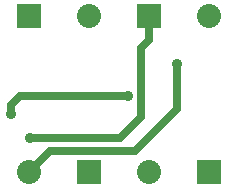
<source format=gbr>
G04 start of page 3 for group 1 idx 1 *
G04 Title: (unknown), solder *
G04 Creator: pcb 20110918 *
G04 CreationDate: Mon 25 Mar 2013 04:22:40 AM GMT UTC *
G04 For: ndholmes *
G04 Format: Gerber/RS-274X *
G04 PCB-Dimensions: 83000 80000 *
G04 PCB-Coordinate-Origin: lower left *
%MOIN*%
%FSLAX25Y25*%
%LNBOTTOM*%
%ADD25C,0.0480*%
%ADD24C,0.0200*%
%ADD23C,0.0360*%
%ADD22C,0.0001*%
%ADD21C,0.0800*%
%ADD20C,0.0250*%
G54D20*X42000Y25500D02*X49000Y32500D01*
Y55500D01*
X51500Y58000D01*
X44500Y39500D02*X8500D01*
X5500Y36500D01*
Y33500D01*
X12000Y25500D02*X42000D01*
X51500Y58000D02*Y66000D01*
X61000Y50000D02*Y35000D01*
X47000Y21000D01*
X18500D01*
X11500Y14000D01*
G54D21*D03*
G54D22*G36*
X7500Y70000D02*Y62000D01*
X15500D01*
Y70000D01*
X7500D01*
G37*
G54D21*X31500Y66000D03*
G54D22*G36*
X47500Y70000D02*Y62000D01*
X55500D01*
Y70000D01*
X47500D01*
G37*
G36*
X67500Y18000D02*Y10000D01*
X75500D01*
Y18000D01*
X67500D01*
G37*
G54D21*X51500Y14000D03*
G54D22*G36*
X27500Y18000D02*Y10000D01*
X35500D01*
Y18000D01*
X27500D01*
G37*
G54D21*X71500Y66000D03*
G54D23*X44500Y39500D03*
X5500Y33500D03*
X12000Y25500D03*
X61000Y50000D03*
G54D24*G54D25*M02*

</source>
